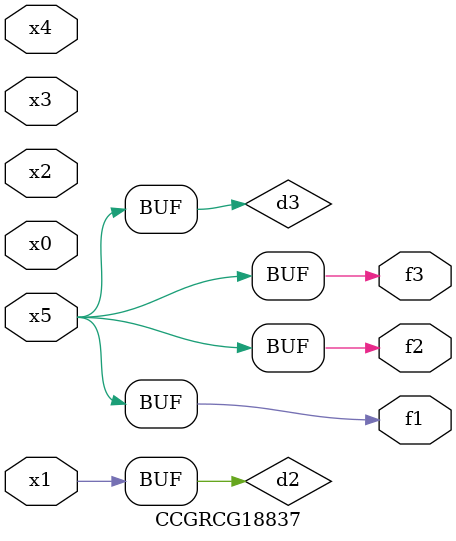
<source format=v>
module CCGRCG18837(
	input x0, x1, x2, x3, x4, x5,
	output f1, f2, f3
);

	wire d1, d2, d3;

	not (d1, x5);
	or (d2, x1);
	xnor (d3, d1);
	assign f1 = d3;
	assign f2 = d3;
	assign f3 = d3;
endmodule

</source>
